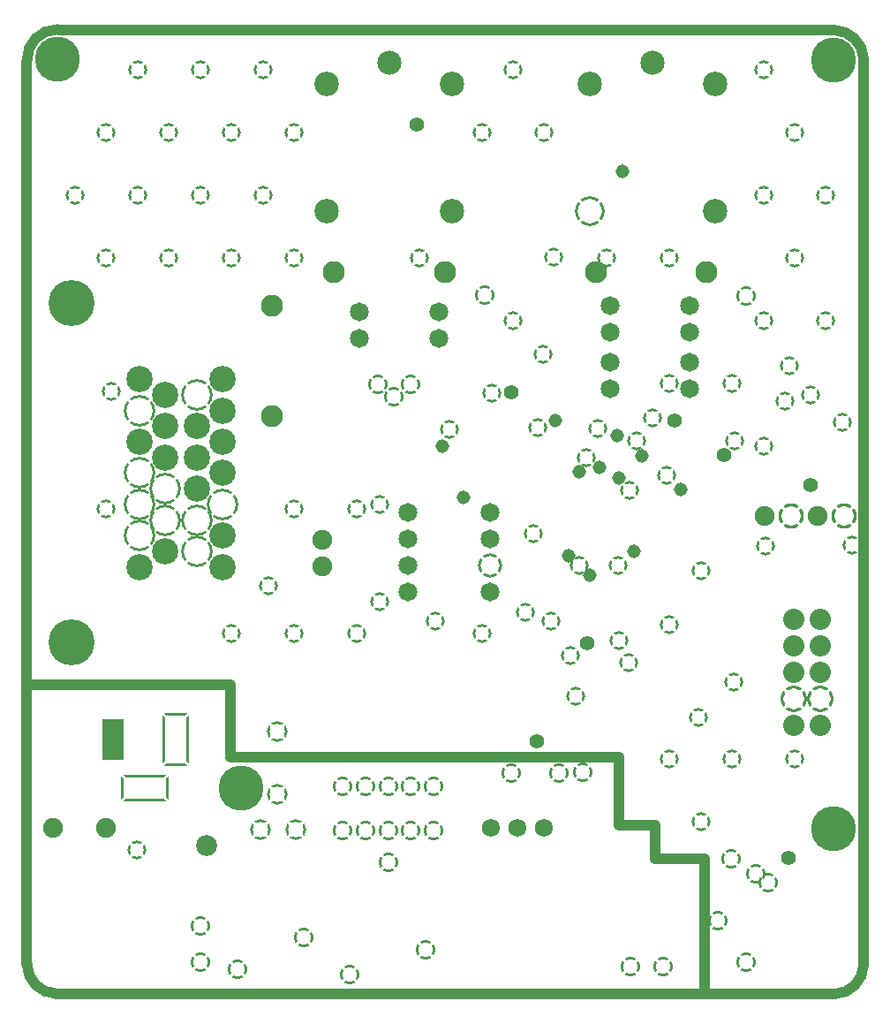
<source format=gbr>
%TF.GenerationSoftware,Altium Limited,Altium Designer,21.8.1 (53)*%
G04 Layer_Physical_Order=2*
G04 Layer_Color=32768*
%FSLAX45Y45*%
%MOMM*%
%TF.SameCoordinates,385564F4-8892-4696-B1AD-25C4AC7C7797*%
%TF.FilePolarity,Negative*%
%TF.FileFunction,Copper,L2,Inr,Plane*%
%TF.Part,Single*%
G01*
G75*
%TA.AperFunction,NonConductor*%
%ADD77C,1.01600*%
%ADD78C,1.00000*%
%TA.AperFunction,ComponentPad*%
%ADD79C,1.81600*%
G04:AMPARAMS|DCode=80|XSize=2.324mm|YSize=2.324mm|CornerRadius=0mm|HoleSize=0mm|Usage=FLASHONLY|Rotation=0.000|XOffset=0mm|YOffset=0mm|HoleType=Round|Shape=Relief|Width=0.254mm|Gap=0.254mm|Entries=4|*
%AMTHD80*
7,0,0,2.32400,1.81600,0.25400,45*
%
%ADD80THD80*%
%ADD81C,1.91600*%
G04:AMPARAMS|DCode=82|XSize=2.424mm|YSize=2.424mm|CornerRadius=0mm|HoleSize=0mm|Usage=FLASHONLY|Rotation=0.000|XOffset=0mm|YOffset=0mm|HoleType=Round|Shape=Relief|Width=0.254mm|Gap=0.254mm|Entries=4|*
%AMTHD82*
7,0,0,2.42400,1.91600,0.25400,45*
%
%ADD82THD82*%
%ADD83C,2.03600*%
G04:AMPARAMS|DCode=84|XSize=2.544mm|YSize=2.544mm|CornerRadius=0mm|HoleSize=0mm|Usage=FLASHONLY|Rotation=0.000|XOffset=0mm|YOffset=0mm|HoleType=Round|Shape=Relief|Width=0.254mm|Gap=0.254mm|Entries=4|*
%AMTHD84*
7,0,0,2.54400,2.03600,0.25400,45*
%
%ADD84THD84*%
%ADD85C,2.11600*%
%ADD86C,2.33600*%
%ADD87C,2.30600*%
G04:AMPARAMS|DCode=88|XSize=2.844mm|YSize=2.844mm|CornerRadius=0mm|HoleSize=0mm|Usage=FLASHONLY|Rotation=0.000|XOffset=0mm|YOffset=0mm|HoleType=Round|Shape=Relief|Width=0.254mm|Gap=0.254mm|Entries=4|*
%AMTHD88*
7,0,0,2.84400,2.33600,0.25400,45*
%
%ADD88THD88*%
%ADD89C,2.51600*%
%ADD90C,4.41600*%
G04:AMPARAMS|DCode=91|XSize=3.024mm|YSize=3.024mm|CornerRadius=0mm|HoleSize=0mm|Usage=FLASHONLY|Rotation=0.000|XOffset=0mm|YOffset=0mm|HoleType=Round|Shape=Relief|Width=0.254mm|Gap=0.254mm|Entries=4|*
%AMTHD91*
7,0,0,3.02400,2.51600,0.25400,45*
%
%ADD91THD91*%
%ADD92C,1.72600*%
%AMTHRECTD93*
4,1,4,-1.26200,2.51200,1.26200,2.51200,1.26200,-2.51200,-1.26200,-2.51200,-1.26200,2.51200,0.0*
4,0,4,-1.00800,2.25800,1.00800,2.25800,1.00800,-2.25800,-1.00800,-2.25800,-1.00800,2.25800,0.0*
20,0,0.25400,0.00000,1.25000,-2.52400,3.77400,0*
20,0,0.25400,0.00000,-1.25000,2.52400,-3.77400,0*
20,0,0.25400,0.00000,1.25000,2.52400,3.77400,0*
20,0,0.25400,0.00000,-1.25000,-2.52400,-3.77400,0*
%
%ADD93THRECTD93*%

%AMTHRECTD94*
4,1,4,-2.26200,-1.26200,-2.26200,1.26200,2.26200,1.26200,2.26200,-1.26200,-2.26200,-1.26200,0.0*
4,0,4,-2.00800,-1.00800,-2.00800,1.00800,2.00800,1.00800,2.00800,-1.00800,-2.00800,-1.00800,0.0*
20,0,0.25400,-1.00000,0.00000,-3.52400,-2.52400,0*
20,0,0.25400,1.00000,0.00000,3.52400,2.52400,0*
20,0,0.25400,-1.00000,0.00000,-3.52400,2.52400,0*
20,0,0.25400,1.00000,0.00000,3.52400,-2.52400,0*
%
%ADD94THRECTD94*%

%ADD95R,2.01600X4.01600*%
%TA.AperFunction,WasherPad*%
%ADD96C,4.31600*%
%TA.AperFunction,ViaPad*%
G04:AMPARAMS|DCode=97|XSize=1.924mm|YSize=1.924mm|CornerRadius=0mm|HoleSize=0mm|Usage=FLASHONLY|Rotation=0.000|XOffset=0mm|YOffset=0mm|HoleType=Round|Shape=Relief|Width=0.254mm|Gap=0.254mm|Entries=4|*
%AMTHD97*
7,0,0,1.92400,1.41600,0.25400,45*
%
%ADD97THD97*%
G04:AMPARAMS|DCode=98|XSize=2.024mm|YSize=2.024mm|CornerRadius=0mm|HoleSize=0mm|Usage=FLASHONLY|Rotation=0.000|XOffset=0mm|YOffset=0mm|HoleType=Round|Shape=Relief|Width=0.254mm|Gap=0.254mm|Entries=4|*
%AMTHD98*
7,0,0,2.02400,1.51600,0.25400,45*
%
%ADD98THD98*%
G04:AMPARAMS|DCode=99|XSize=1.824mm|YSize=1.824mm|CornerRadius=0mm|HoleSize=0mm|Usage=FLASHONLY|Rotation=0.000|XOffset=0mm|YOffset=0mm|HoleType=Round|Shape=Relief|Width=0.254mm|Gap=0.254mm|Entries=4|*
%AMTHD99*
7,0,0,1.82400,1.31600,0.25400,45*
%
%ADD99THD99*%
%ADD100C,1.31600*%
%ADD101C,1.41600*%
%ADD102C,2.01600*%
D77*
X56Y283586D02*
G03*
X-5438Y298993I-27020J-954D01*
G01*
X-2444Y8943165D02*
G03*
X-417Y8953439I-25010J10274D01*
G01*
D02*
G03*
X-428Y8954247I-27499J-2D01*
G01*
X293539Y9250784D02*
G03*
X-428Y8954247I-6105J-287926D01*
G01*
X293539Y9250784D02*
G03*
X303982Y9248502I10443J22756D01*
G01*
X7729942Y9248502D02*
G03*
X7743526Y9244331I14451J22855D01*
G01*
X8022243Y8967673D02*
G03*
X7743526Y9244330I-287946J-11366D01*
G01*
X8022243Y8967673D02*
G03*
X8024222Y8958534I27018J1067D01*
G01*
X8024222Y296610D02*
G03*
X8021822Y286310I24624J-11165D01*
G01*
X7745165Y7593D02*
G03*
X8021822Y286310I-11366J287947D01*
G01*
X7745165Y7593D02*
G03*
X7734074Y4727I1067J-27018D01*
G01*
X283069Y10068D02*
G03*
X273712Y12061I-10223J-25028D01*
G01*
X57Y283586D02*
G03*
X273712Y12062I282717J11272D01*
G01*
X52Y283698D02*
G03*
X57Y283586I11697J385D01*
G01*
X-5438Y298993D02*
X-2444Y8834120D01*
Y8943165D01*
X303982Y9248502D02*
X7729942D01*
X8024222Y296610D02*
X8024222Y8958535D01*
X283069Y10068D02*
X7734074Y4727D01*
X52Y283699D02*
X57Y283587D01*
D78*
X6500000Y15240D02*
Y1300000D01*
X-5080Y2975000D02*
X1950000Y2975000D01*
Y2275000D02*
Y2975000D01*
Y2275000D02*
X2275000D01*
X6100000Y1300000D02*
X6500000D01*
X6025000D02*
X6100000D01*
X6025000D02*
Y1625000D01*
X5675000D02*
X6025000D01*
X5675000D02*
Y2275000D01*
X2275000D02*
X5675000D01*
D79*
X3651479Y4112520D02*
D03*
Y4366520D02*
D03*
Y3858520D02*
D03*
Y4620520D02*
D03*
X4438480Y3858520D02*
D03*
Y4620520D02*
D03*
Y4366520D02*
D03*
X3947600Y6289300D02*
D03*
X3185600D02*
D03*
X3947600Y6543300D02*
D03*
X3185600D02*
D03*
X5588000Y6065520D02*
D03*
X6350000D02*
D03*
X5588000Y5811520D02*
D03*
X6350000D02*
D03*
X6348972Y6352000D02*
D03*
X5586972D02*
D03*
X6348972Y6606000D02*
D03*
X5586972D02*
D03*
D80*
X4438480Y4112520D02*
D03*
D81*
X7073900Y4584700D02*
D03*
X7581900D02*
D03*
X2834640Y4361180D02*
D03*
Y4107180D02*
D03*
X246000Y1600000D02*
D03*
X754000D02*
D03*
D82*
X7327900Y4584700D02*
D03*
X7835900D02*
D03*
D83*
X7353300Y3601720D02*
D03*
X7607300D02*
D03*
X7353300Y3347720D02*
D03*
X7607300D02*
D03*
X7353300Y3093720D02*
D03*
X7607300D02*
D03*
X7353300Y2585720D02*
D03*
X7607300D02*
D03*
D84*
X7353300Y2839720D02*
D03*
X7607300D02*
D03*
D85*
X6511576Y6925000D02*
D03*
X5451576D02*
D03*
X2350000Y5545000D02*
D03*
Y6605000D02*
D03*
X2945000Y6925000D02*
D03*
X4005000D02*
D03*
D86*
X6600040Y8730780D02*
D03*
X5400040D02*
D03*
X6600040Y7510780D02*
D03*
X4075000D02*
D03*
X2875000D02*
D03*
Y8730780D02*
D03*
X4075000D02*
D03*
D87*
X6000040Y8930780D02*
D03*
X3475000D02*
D03*
D88*
X5400040Y7510780D02*
D03*
D89*
X1875000Y4100000D02*
D03*
Y4400000D02*
D03*
Y5000000D02*
D03*
Y5300000D02*
D03*
Y5600000D02*
D03*
Y5900000D02*
D03*
X1625000Y4850000D02*
D03*
Y5150000D02*
D03*
Y5450000D02*
D03*
X1325000Y4250000D02*
D03*
Y5150000D02*
D03*
Y5450000D02*
D03*
Y5750000D02*
D03*
X1075000Y4100000D02*
D03*
Y5300000D02*
D03*
Y5900000D02*
D03*
D90*
X425000Y3375000D02*
D03*
Y6625000D02*
D03*
D91*
X1875000Y4700000D02*
D03*
X1625000Y4250000D02*
D03*
Y4550000D02*
D03*
Y5750000D02*
D03*
X1325000Y4550000D02*
D03*
Y4850000D02*
D03*
X1075000Y4400000D02*
D03*
Y4700000D02*
D03*
Y5000000D02*
D03*
Y5600000D02*
D03*
D92*
X4443800Y1600200D02*
D03*
X4697800D02*
D03*
X4951800D02*
D03*
D93*
X1425000Y2450000D02*
D03*
D94*
X1125000Y1980000D02*
D03*
D95*
X825000Y2450000D02*
D03*
D96*
X2052320Y1978660D02*
D03*
X7734296Y1587500D02*
D03*
X287434Y8962857D02*
D03*
X7734296Y8956307D02*
D03*
D97*
X7109460Y1071880D02*
D03*
X3469640Y1272540D02*
D03*
X3365500Y5852160D02*
D03*
X3680460Y5849620D02*
D03*
X3520440Y5735320D02*
D03*
X2016760Y241300D02*
D03*
X6893560Y309880D02*
D03*
X5328920Y2131060D02*
D03*
X6891020Y6695440D02*
D03*
X5788660Y269240D02*
D03*
X6101080Y271780D02*
D03*
X3817620Y431800D02*
D03*
X3096260Y198120D02*
D03*
X4386580Y6705600D02*
D03*
X2651760Y551180D02*
D03*
X1661000Y316600D02*
D03*
X1663700Y660400D02*
D03*
X6753860Y1304100D02*
D03*
X6626860Y713740D02*
D03*
X6990080Y1158240D02*
D03*
X5102860Y2125980D02*
D03*
X4645660Y2120900D02*
D03*
X3462500Y1575000D02*
D03*
Y2000000D02*
D03*
X3681250D02*
D03*
Y1575000D02*
D03*
X3900000D02*
D03*
Y2000000D02*
D03*
X3243750Y1575000D02*
D03*
X3025000D02*
D03*
Y2000000D02*
D03*
X3243750D02*
D03*
D98*
X2235200Y1582420D02*
D03*
X2578100D02*
D03*
X2400300Y2524700D02*
D03*
Y1924700D02*
D03*
D99*
X805357Y5785468D02*
D03*
X6774357Y2994008D02*
D03*
X6433997Y2658728D02*
D03*
X7312837Y6031848D02*
D03*
X4054017Y5419708D02*
D03*
X4452797Y5765148D02*
D03*
X4894757Y5434948D02*
D03*
X5476417Y5424788D02*
D03*
X5844717Y5310488D02*
D03*
X5997117Y5526388D02*
D03*
X6784517Y5307948D02*
D03*
X6136817Y4975208D02*
D03*
X5359577Y5145388D02*
D03*
X5290997Y4114148D02*
D03*
X5209717Y3253088D02*
D03*
X3378200Y4699000D02*
D03*
X5046361Y7067621D02*
D03*
X5560001Y7060001D02*
D03*
X7060001Y6460001D02*
D03*
X1960000Y7060001D02*
D03*
X4360001Y3460001D02*
D03*
X2560000Y7060001D02*
D03*
X7360001D02*
D03*
X3160001Y3460001D02*
D03*
X2560000Y4660001D02*
D03*
X6760001Y5860001D02*
D03*
X1960000Y8260001D02*
D03*
X760000Y7060001D02*
D03*
X3160001Y4660001D02*
D03*
X6460001Y4060001D02*
D03*
X460000Y7660001D02*
D03*
X6160001Y5860001D02*
D03*
X6460001Y1660000D02*
D03*
X1360000Y7060001D02*
D03*
X1060000Y8860001D02*
D03*
X7660001Y6460001D02*
D03*
X7360001Y8260001D02*
D03*
X4660001Y8860001D02*
D03*
X1060000Y7660001D02*
D03*
X7060001D02*
D03*
X1960000Y3460001D02*
D03*
X5260001Y2860001D02*
D03*
X7360001Y2260001D02*
D03*
X4660001Y6460001D02*
D03*
X1660000Y7660001D02*
D03*
Y8860001D02*
D03*
X2260001D02*
D03*
X6160001Y7060001D02*
D03*
X760000Y8260001D02*
D03*
X2560000D02*
D03*
X7060001Y8860001D02*
D03*
X1360000Y8260001D02*
D03*
X2260001Y7660001D02*
D03*
X7060001Y5260001D02*
D03*
X4960001Y8260001D02*
D03*
X6160001Y2260001D02*
D03*
X4360001Y8260001D02*
D03*
X3760001Y7060001D02*
D03*
X760000Y4660001D02*
D03*
X7660001Y7660001D02*
D03*
X6760001Y2260001D02*
D03*
X2560000Y3460001D02*
D03*
X7813421Y5482992D02*
D03*
X4853940Y4422140D02*
D03*
X5664200Y4114800D02*
D03*
X5671820Y3393440D02*
D03*
X5776483Y4836160D02*
D03*
X2310620Y3915900D02*
D03*
X1056640Y1390040D02*
D03*
X7914540Y4305300D02*
D03*
X5024120Y3581400D02*
D03*
X6154155Y3548116D02*
D03*
X3380740Y3766820D02*
D03*
X3916680Y3583940D02*
D03*
X4775071Y3665091D02*
D03*
X5770616Y3184896D02*
D03*
X7081520Y4300220D02*
D03*
X4950460Y6141720D02*
D03*
X7515860Y5748020D02*
D03*
X7266940Y5689600D02*
D03*
D100*
X5707380Y7889240D02*
D03*
X6268720Y4846320D02*
D03*
X5189220Y4211320D02*
D03*
X5816600Y4246880D02*
D03*
X5656580Y5356860D02*
D03*
X5067300Y5504180D02*
D03*
X4188460Y4765040D02*
D03*
X5295900Y5008880D02*
D03*
X5895340Y5161280D02*
D03*
X5491480Y5054600D02*
D03*
X5679440Y4953000D02*
D03*
X5394960Y4020820D02*
D03*
X3980180Y5257800D02*
D03*
D101*
X3736340Y8341107D02*
D03*
X7305040Y1313180D02*
D03*
X4643120Y5773420D02*
D03*
X6685280Y5171440D02*
D03*
X4889500Y2433320D02*
D03*
X5374640Y3368040D02*
D03*
X7513320Y4881880D02*
D03*
X6207760Y5506720D02*
D03*
D102*
X1725000Y1434130D02*
D03*
%TF.MD5,3769fa2946975ceb509ef703f74bcfc4*%
M02*

</source>
